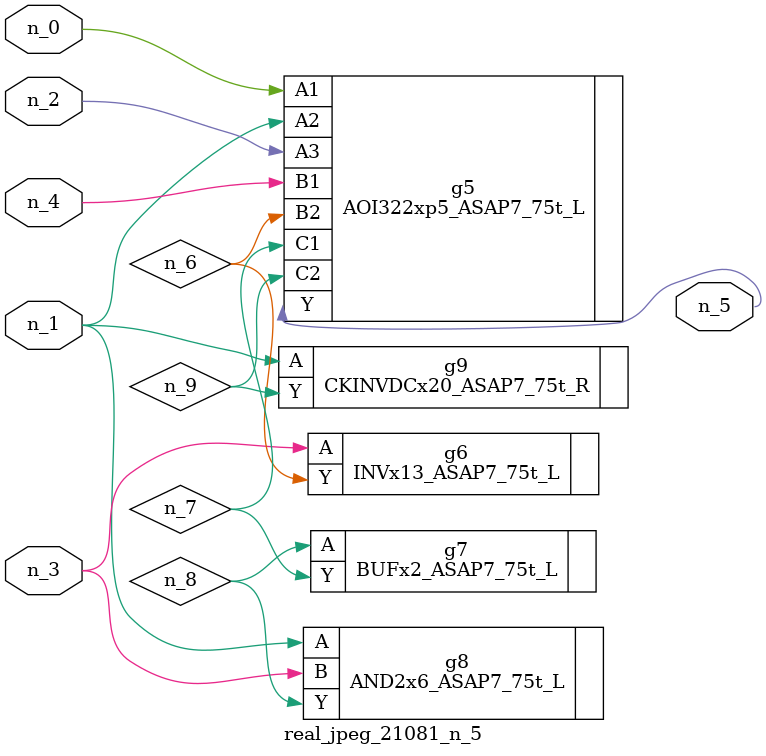
<source format=v>
module real_jpeg_21081_n_5 (n_4, n_0, n_1, n_2, n_3, n_5);

input n_4;
input n_0;
input n_1;
input n_2;
input n_3;

output n_5;

wire n_8;
wire n_6;
wire n_7;
wire n_9;

AOI322xp5_ASAP7_75t_L g5 ( 
.A1(n_0),
.A2(n_1),
.A3(n_2),
.B1(n_4),
.B2(n_6),
.C1(n_7),
.C2(n_9),
.Y(n_5)
);

AND2x6_ASAP7_75t_L g8 ( 
.A(n_1),
.B(n_3),
.Y(n_8)
);

CKINVDCx20_ASAP7_75t_R g9 ( 
.A(n_1),
.Y(n_9)
);

INVx13_ASAP7_75t_L g6 ( 
.A(n_3),
.Y(n_6)
);

BUFx2_ASAP7_75t_L g7 ( 
.A(n_8),
.Y(n_7)
);


endmodule
</source>
